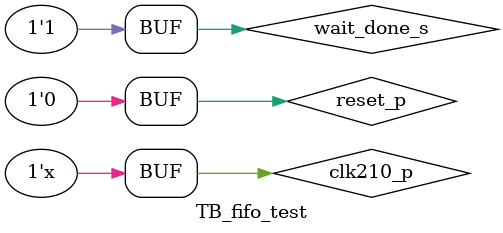
<source format=v>
`timescale 1ns / 1ps


module TB_fifo_test(

    );
    
    reg                 clk210_p    = 1'b0;
    reg                 reset_p     = 1'b1;
    reg         [7:0]   data_in_s;
    
    reg         [7:0]   sd_write_fifo_din_p     = 8'd0;
    reg                 sd_write_fifo_wr_en_p   = 1'b0;
    wire        [7:0]   fifo_write_dout_s;
    reg         [7:0]   state_s = 8'd0;
    reg         [7:0]   count_s = 0;
    wire                fifo_write_empty_s;
    reg                 fifo_write_rd_en_s = 1'b0;
    reg                 wait_done_s = 1'b0;
    fifo_sd_card_write fifo_sd_card_write_inst
    (
        .clk                 (clk210_p),                        // INPUT  -  1 bit  - 210 MHz clock
        .rst                 (reset_p),                         // INPUT  -  1 bit  - reset
        .din                 (sd_write_fifo_din_p),             // INPUT  -  8 bits - data input bus to the fifo
        .wr_en               (sd_write_fifo_wr_en_p),           // INPUT  -  1 bit  - Write enable to the fifo
        .rd_en               (fifo_write_rd_en_s),              // INPUT  -  1 bit  - read enable to the fifo
        .dout                (fifo_write_dout_s),               // OUTPUT -  8 bits - data output bus from the fifo
        .full                (sd_write_fifo_full_p),            // OUTPUT -  1 bit  - Full flag from the FIFO
        // .almost_full         (fifo_write_almost_full_s),           // OUTPUT -  1 bit  - Almost full flag (triggers 1 byte before full)
        // .almost_empty        (fifo_write_almost_empty_s),          // OUTPUT -  1 bit  - Almost empty flag (triggers with only 1 byte in the fifo)
        .empty               (fifo_write_empty_s)               // OUTPUT -  1 bit  - Empty flag 
        // .data_count          (fifo_write_data_count_s)             // OUTPUT - 13 bits - Number of bytes in the fifo
        );
    
    always # 5 clk210_p <= ~clk210_p;
    
    initial
        begin
        
        #1000
        reset_p <= 1'b0;
        #100 
        wait_done_s <= 1'b1;
        end
        
     
    always @(posedge clk210_p)
    begin
        if (reset_p == 1'b1) begin
            state_s     <= 8'd10;
            end
        else begin
            case(state_s)
            10: begin
                if (wait_done_s)
                    state_s <= 0;
                else
                    state_s <= 10;
                end
            0: begin
                    if (count_s < 15) begin
                        sd_write_fifo_din_p <= sd_write_fifo_din_p + 1'b1;
                        state_s <= 1;
                        count_s <= count_s + 1;
                        end
                    else begin
                        state_s <= 3;
                        count_s <= 0;
                    end
                end
            1: begin
                    sd_write_fifo_wr_en_p <= 1'b1;
                    state_s <= 2;
                end
            2: begin
                    sd_write_fifo_wr_en_p <= 1'b0;
                    
                    state_s <= 0;
                end
            3: begin
                    if (count_s < 15) begin
                        fifo_write_rd_en_s  <= 1'b1;
                        state_s <= 4;
                        count_s <= count_s + 1;
                        end
                    else begin
                        state_s <= 5;
                        count_s <= 0;
                    end
                end
            4: begin
                    fifo_write_rd_en_s  <= 1'b0;
                    
                    state_s <= 11;
                    
                end
            11: begin
                data_in_s   <= fifo_write_dout_s;
                state_s     <= 3;
                end
            
            5: begin
                state_s <= 5;
                end
            endcase
            
        end
    end
    
    
    
    
    
    
    
    
    
    
    
endmodule

</source>
